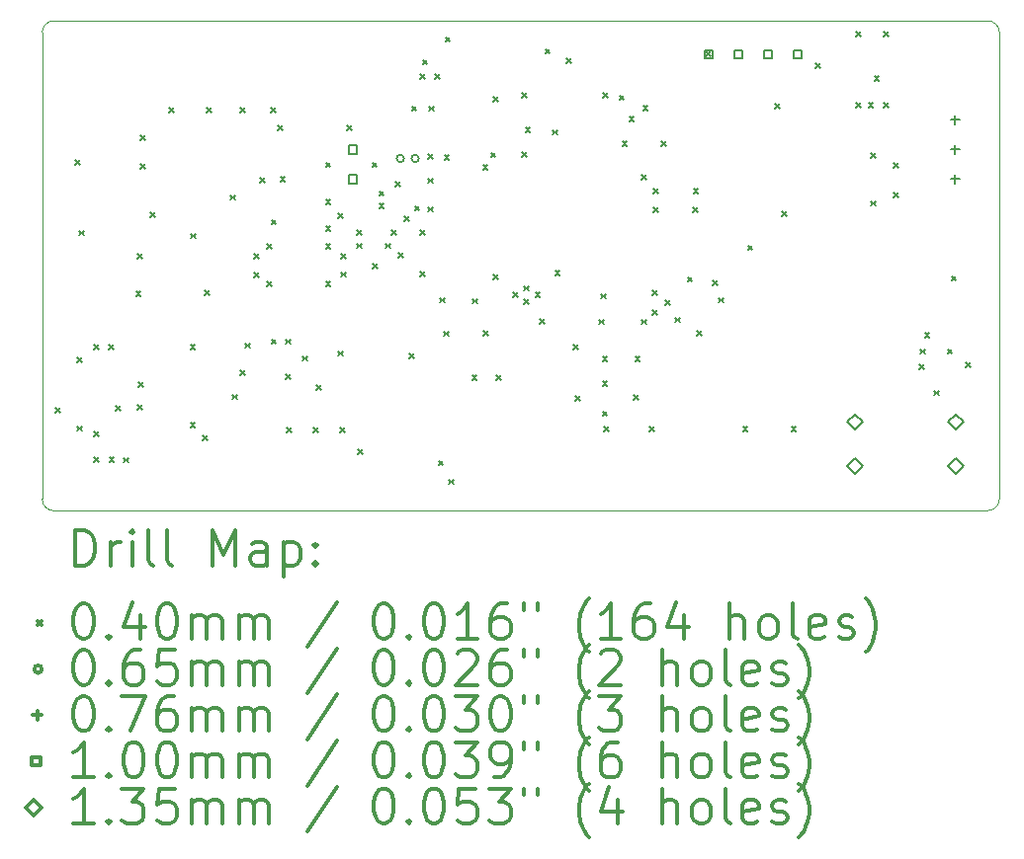
<source format=gbr>
%FSLAX45Y45*%
G04 Gerber Fmt 4.5, Leading zero omitted, Abs format (unit mm)*
G04 Created by KiCad (PCBNEW 5.1.8-db9833491~87~ubuntu20.04.1) date 2020-12-02 18:26:51*
%MOMM*%
%LPD*%
G01*
G04 APERTURE LIST*
%TA.AperFunction,Profile*%
%ADD10C,0.050000*%
%TD*%
%ADD11C,0.200000*%
%ADD12C,0.300000*%
G04 APERTURE END LIST*
D10*
X17200000Y-12100000D02*
G75*
G02*
X17100000Y-12200000I-100000J0D01*
G01*
X9100000Y-12200000D02*
G75*
G02*
X9000000Y-12100000I0J100000D01*
G01*
X9000000Y-8100000D02*
X9000000Y-12100000D01*
X17200000Y-8100000D02*
X17200000Y-12100000D01*
X9000000Y-8100000D02*
G75*
G02*
X9100000Y-8000000I100000J0D01*
G01*
X9100000Y-8000000D02*
X17100000Y-8000000D01*
X17100000Y-8000000D02*
G75*
G02*
X17200000Y-8100000I0J-100000D01*
G01*
X17100000Y-12200000D02*
X9100000Y-12200000D01*
D11*
X9115000Y-11320000D02*
X9155000Y-11360000D01*
X9155000Y-11320000D02*
X9115000Y-11360000D01*
X9285000Y-9195000D02*
X9325000Y-9235000D01*
X9325000Y-9195000D02*
X9285000Y-9235000D01*
X9300000Y-10885000D02*
X9340000Y-10925000D01*
X9340000Y-10885000D02*
X9300000Y-10925000D01*
X9300000Y-11475000D02*
X9340000Y-11515000D01*
X9340000Y-11475000D02*
X9300000Y-11515000D01*
X9320000Y-9800000D02*
X9360000Y-9840000D01*
X9360000Y-9800000D02*
X9320000Y-9840000D01*
X9445000Y-10775000D02*
X9485000Y-10815000D01*
X9485000Y-10775000D02*
X9445000Y-10815000D01*
X9445500Y-11524500D02*
X9485500Y-11564500D01*
X9485500Y-11524500D02*
X9445500Y-11564500D01*
X9445500Y-11744500D02*
X9485500Y-11784500D01*
X9485500Y-11744500D02*
X9445500Y-11784500D01*
X9573580Y-10775000D02*
X9613580Y-10815000D01*
X9613580Y-10775000D02*
X9573580Y-10815000D01*
X9575000Y-11745000D02*
X9615000Y-11785000D01*
X9615000Y-11745000D02*
X9575000Y-11785000D01*
X9630000Y-11300000D02*
X9670000Y-11340000D01*
X9670000Y-11300000D02*
X9630000Y-11340000D01*
X9699500Y-11745500D02*
X9739500Y-11785500D01*
X9739500Y-11745500D02*
X9699500Y-11785500D01*
X9805000Y-10320000D02*
X9845000Y-10360000D01*
X9845000Y-10320000D02*
X9805000Y-10360000D01*
X9814880Y-11290620D02*
X9854880Y-11330620D01*
X9854880Y-11290620D02*
X9814880Y-11330620D01*
X9820000Y-9995000D02*
X9860000Y-10035000D01*
X9860000Y-9995000D02*
X9820000Y-10035000D01*
X9826500Y-11101500D02*
X9866500Y-11141500D01*
X9866500Y-11101500D02*
X9826500Y-11141500D01*
X9845000Y-8985000D02*
X9885000Y-9025000D01*
X9885000Y-8985000D02*
X9845000Y-9025000D01*
X9845000Y-9230000D02*
X9885000Y-9270000D01*
X9885000Y-9230000D02*
X9845000Y-9270000D01*
X9930000Y-9640000D02*
X9970000Y-9680000D01*
X9970000Y-9640000D02*
X9930000Y-9680000D01*
X10090500Y-8744500D02*
X10130500Y-8784500D01*
X10130500Y-8744500D02*
X10090500Y-8784500D01*
X10270000Y-10775001D02*
X10310000Y-10815001D01*
X10310000Y-10775001D02*
X10270000Y-10815001D01*
X10270000Y-11445000D02*
X10310000Y-11485000D01*
X10310000Y-11445000D02*
X10270000Y-11485000D01*
X10275000Y-9825000D02*
X10315000Y-9865000D01*
X10315000Y-9825000D02*
X10275000Y-9865000D01*
X10378033Y-11553033D02*
X10418033Y-11593033D01*
X10418033Y-11553033D02*
X10378033Y-11593033D01*
X10395000Y-10310000D02*
X10435000Y-10350000D01*
X10435000Y-10310000D02*
X10395000Y-10350000D01*
X10410500Y-8744500D02*
X10450500Y-8784500D01*
X10450500Y-8744500D02*
X10410500Y-8784500D01*
X10615000Y-9495000D02*
X10655000Y-9535000D01*
X10655000Y-9495000D02*
X10615000Y-9535000D01*
X10630000Y-11205000D02*
X10670000Y-11245000D01*
X10670000Y-11205000D02*
X10630000Y-11245000D01*
X10695000Y-11000000D02*
X10735000Y-11040000D01*
X10735000Y-11000000D02*
X10695000Y-11040000D01*
X10700500Y-8744500D02*
X10740500Y-8784500D01*
X10740500Y-8744500D02*
X10700500Y-8784500D01*
X10740533Y-10764467D02*
X10780533Y-10804467D01*
X10780533Y-10764467D02*
X10740533Y-10804467D01*
X10813100Y-9995220D02*
X10853100Y-10035220D01*
X10853100Y-9995220D02*
X10813100Y-10035220D01*
X10813100Y-10160320D02*
X10853100Y-10200320D01*
X10853100Y-10160320D02*
X10813100Y-10200320D01*
X10865000Y-9345000D02*
X10905000Y-9385000D01*
X10905000Y-9345000D02*
X10865000Y-9385000D01*
X10924860Y-9911400D02*
X10964860Y-9951400D01*
X10964860Y-9911400D02*
X10924860Y-9951400D01*
X10924860Y-10236520D02*
X10964860Y-10276520D01*
X10964860Y-10236520D02*
X10924860Y-10276520D01*
X10960500Y-8744500D02*
X11000500Y-8784500D01*
X11000500Y-8744500D02*
X10960500Y-8784500D01*
X10965000Y-9705000D02*
X11005000Y-9745000D01*
X11005000Y-9705000D02*
X10965000Y-9745000D01*
X10965000Y-10730000D02*
X11005000Y-10770000D01*
X11005000Y-10730000D02*
X10965000Y-10770000D01*
X11020000Y-8900000D02*
X11060000Y-8940000D01*
X11060000Y-8900000D02*
X11020000Y-8940000D01*
X11040000Y-9340000D02*
X11080000Y-9380000D01*
X11080000Y-9340000D02*
X11040000Y-9380000D01*
X11085000Y-10730000D02*
X11125000Y-10770000D01*
X11125000Y-10730000D02*
X11085000Y-10770000D01*
X11085000Y-11030000D02*
X11125000Y-11070000D01*
X11125000Y-11030000D02*
X11085000Y-11070000D01*
X11095000Y-11490000D02*
X11135000Y-11530000D01*
X11135000Y-11490000D02*
X11095000Y-11530000D01*
X11230000Y-10875000D02*
X11270000Y-10915000D01*
X11270000Y-10875000D02*
X11230000Y-10915000D01*
X11325000Y-11490000D02*
X11365000Y-11530000D01*
X11365000Y-11490000D02*
X11325000Y-11530000D01*
X11350000Y-11125000D02*
X11390000Y-11165000D01*
X11390000Y-11125000D02*
X11350000Y-11165000D01*
X11430000Y-9535000D02*
X11470000Y-9575000D01*
X11470000Y-9535000D02*
X11430000Y-9575000D01*
X11430000Y-9760000D02*
X11470000Y-9800000D01*
X11470000Y-9760000D02*
X11430000Y-9800000D01*
X11430320Y-9215440D02*
X11470320Y-9255440D01*
X11470320Y-9215440D02*
X11430320Y-9255440D01*
X11430320Y-9911400D02*
X11470320Y-9951400D01*
X11470320Y-9911400D02*
X11430320Y-9951400D01*
X11430320Y-10236520D02*
X11470320Y-10276520D01*
X11470320Y-10236520D02*
X11430320Y-10276520D01*
X11535000Y-9650000D02*
X11575000Y-9690000D01*
X11575000Y-9650000D02*
X11535000Y-9690000D01*
X11537000Y-10832150D02*
X11577000Y-10872150D01*
X11577000Y-10832150D02*
X11537000Y-10872150D01*
X11550000Y-11490000D02*
X11590000Y-11530000D01*
X11590000Y-11490000D02*
X11550000Y-11530000D01*
X11560000Y-9995000D02*
X11600000Y-10035000D01*
X11600000Y-9995000D02*
X11560000Y-10035000D01*
X11560000Y-10155000D02*
X11600000Y-10195000D01*
X11600000Y-10155000D02*
X11560000Y-10195000D01*
X11615000Y-8900000D02*
X11655000Y-8940000D01*
X11655000Y-8900000D02*
X11615000Y-8940000D01*
X11695000Y-9795000D02*
X11735000Y-9835000D01*
X11735000Y-9795000D02*
X11695000Y-9835000D01*
X11695000Y-9910000D02*
X11735000Y-9950000D01*
X11735000Y-9910000D02*
X11695000Y-9950000D01*
X11705000Y-11675000D02*
X11745000Y-11715000D01*
X11745000Y-11675000D02*
X11705000Y-11715000D01*
X11827200Y-9214800D02*
X11867200Y-9254800D01*
X11867200Y-9214800D02*
X11827200Y-9254800D01*
X11830000Y-10085000D02*
X11870000Y-10125000D01*
X11870000Y-10085000D02*
X11830000Y-10125000D01*
X11886250Y-9460550D02*
X11926250Y-9500550D01*
X11926250Y-9460550D02*
X11886250Y-9500550D01*
X11887520Y-9568500D02*
X11927520Y-9608500D01*
X11927520Y-9568500D02*
X11887520Y-9608500D01*
X11940000Y-9910000D02*
X11980000Y-9950000D01*
X11980000Y-9910000D02*
X11940000Y-9950000D01*
X11995000Y-9795000D02*
X12035000Y-9835000D01*
X12035000Y-9795000D02*
X11995000Y-9835000D01*
X12025000Y-9380000D02*
X12065000Y-9420000D01*
X12065000Y-9380000D02*
X12025000Y-9420000D01*
X12050000Y-9990000D02*
X12090000Y-10030000D01*
X12090000Y-9990000D02*
X12050000Y-10030000D01*
X12102150Y-9676450D02*
X12142150Y-9716450D01*
X12142150Y-9676450D02*
X12102150Y-9716450D01*
X12146600Y-10853740D02*
X12186600Y-10893740D01*
X12186600Y-10853740D02*
X12146600Y-10893740D01*
X12166920Y-8732840D02*
X12206920Y-8772840D01*
X12206920Y-8732840D02*
X12166920Y-8772840D01*
X12191050Y-9587550D02*
X12231050Y-9627550D01*
X12231050Y-9587550D02*
X12191050Y-9627550D01*
X12235500Y-9797100D02*
X12275500Y-9837100D01*
X12275500Y-9797100D02*
X12235500Y-9837100D01*
X12235500Y-10152700D02*
X12275500Y-10192700D01*
X12275500Y-10152700D02*
X12235500Y-10192700D01*
X12240580Y-8458520D02*
X12280580Y-8498520D01*
X12280580Y-8458520D02*
X12240580Y-8498520D01*
X12260000Y-8335000D02*
X12300000Y-8375000D01*
X12300000Y-8335000D02*
X12260000Y-8375000D01*
X12305000Y-9145000D02*
X12345000Y-9185000D01*
X12345000Y-9145000D02*
X12305000Y-9185000D01*
X12305000Y-9350000D02*
X12345000Y-9390000D01*
X12345000Y-9350000D02*
X12305000Y-9390000D01*
X12305000Y-9595000D02*
X12345000Y-9635000D01*
X12345000Y-9595000D02*
X12305000Y-9635000D01*
X12314240Y-8732840D02*
X12354240Y-8772840D01*
X12354240Y-8732840D02*
X12314240Y-8772840D01*
X12365040Y-8458520D02*
X12405040Y-8498520D01*
X12405040Y-8458520D02*
X12365040Y-8498520D01*
X12395520Y-11770680D02*
X12435520Y-11810680D01*
X12435520Y-11770680D02*
X12395520Y-11810680D01*
X12407500Y-10375000D02*
X12447500Y-10415000D01*
X12447500Y-10375000D02*
X12407500Y-10415000D01*
X12440000Y-10662500D02*
X12480000Y-10702500D01*
X12480000Y-10662500D02*
X12440000Y-10702500D01*
X12445000Y-9150000D02*
X12485000Y-9190000D01*
X12485000Y-9150000D02*
X12445000Y-9190000D01*
X12455000Y-8140000D02*
X12495000Y-8180000D01*
X12495000Y-8140000D02*
X12455000Y-8180000D01*
X12484420Y-11933240D02*
X12524420Y-11973240D01*
X12524420Y-11933240D02*
X12484420Y-11973240D01*
X12682500Y-11037500D02*
X12722500Y-11077500D01*
X12722500Y-11037500D02*
X12682500Y-11077500D01*
X12690000Y-10382500D02*
X12730000Y-10422500D01*
X12730000Y-10382500D02*
X12690000Y-10422500D01*
X12775000Y-9235000D02*
X12815000Y-9275000D01*
X12815000Y-9235000D02*
X12775000Y-9275000D01*
X12780000Y-10660000D02*
X12820000Y-10700000D01*
X12820000Y-10660000D02*
X12780000Y-10700000D01*
X12845000Y-9130000D02*
X12885000Y-9170000D01*
X12885000Y-9130000D02*
X12845000Y-9170000D01*
X12865000Y-10175000D02*
X12905000Y-10215000D01*
X12905000Y-10175000D02*
X12865000Y-10215000D01*
X12867960Y-8651560D02*
X12907960Y-8691560D01*
X12907960Y-8651560D02*
X12867960Y-8691560D01*
X12887500Y-11037500D02*
X12927500Y-11077500D01*
X12927500Y-11037500D02*
X12887500Y-11077500D01*
X13110000Y-8615000D02*
X13150000Y-8655000D01*
X13150000Y-8615000D02*
X13110000Y-8655000D01*
X13110104Y-9124896D02*
X13150104Y-9164896D01*
X13150104Y-9124896D02*
X13110104Y-9164896D01*
X13140000Y-8915000D02*
X13180000Y-8955000D01*
X13180000Y-8915000D02*
X13140000Y-8955000D01*
X13265000Y-10555000D02*
X13305000Y-10595000D01*
X13305000Y-10555000D02*
X13265000Y-10595000D01*
X13309920Y-8240080D02*
X13349920Y-8280080D01*
X13349920Y-8240080D02*
X13309920Y-8280080D01*
X13375000Y-8935000D02*
X13415000Y-8975000D01*
X13415000Y-8935000D02*
X13375000Y-8975000D01*
X13395000Y-10145000D02*
X13435000Y-10185000D01*
X13435000Y-10145000D02*
X13395000Y-10185000D01*
X13490260Y-8321360D02*
X13530260Y-8361360D01*
X13530260Y-8321360D02*
X13490260Y-8361360D01*
X13550000Y-10779999D02*
X13590000Y-10819999D01*
X13590000Y-10779999D02*
X13550000Y-10819999D01*
X13565000Y-11215000D02*
X13605000Y-11255000D01*
X13605000Y-11215000D02*
X13565000Y-11255000D01*
X13769660Y-10561640D02*
X13809660Y-10601640D01*
X13809660Y-10561640D02*
X13769660Y-10601640D01*
X13785000Y-10340000D02*
X13825000Y-10380000D01*
X13825000Y-10340000D02*
X13785000Y-10380000D01*
X13800000Y-10880000D02*
X13840000Y-10920000D01*
X13840000Y-10880000D02*
X13800000Y-10920000D01*
X13800140Y-11089960D02*
X13840140Y-11129960D01*
X13840140Y-11089960D02*
X13800140Y-11129960D01*
X13800140Y-11349040D02*
X13840140Y-11389040D01*
X13840140Y-11349040D02*
X13800140Y-11389040D01*
X13805220Y-8616000D02*
X13845220Y-8656000D01*
X13845220Y-8616000D02*
X13805220Y-8656000D01*
X13812500Y-11482500D02*
X13852500Y-11522500D01*
X13852500Y-11482500D02*
X13812500Y-11522500D01*
X13945000Y-8640000D02*
X13985000Y-8680000D01*
X13985000Y-8640000D02*
X13945000Y-8680000D01*
X13970000Y-9030000D02*
X14010000Y-9070000D01*
X14010000Y-9030000D02*
X13970000Y-9070000D01*
X14030000Y-8820000D02*
X14070000Y-8860000D01*
X14070000Y-8820000D02*
X14030000Y-8860000D01*
X14066840Y-11206800D02*
X14106840Y-11246800D01*
X14106840Y-11206800D02*
X14066840Y-11246800D01*
X14080000Y-10880000D02*
X14120000Y-10920000D01*
X14120000Y-10880000D02*
X14080000Y-10920000D01*
X14132880Y-10561640D02*
X14172880Y-10601640D01*
X14172880Y-10561640D02*
X14132880Y-10601640D01*
X14135000Y-9320001D02*
X14175000Y-9360001D01*
X14175000Y-9320001D02*
X14135000Y-9360001D01*
X14148120Y-8730300D02*
X14188120Y-8770300D01*
X14188120Y-8730300D02*
X14148120Y-8770300D01*
X14202500Y-11482500D02*
X14242500Y-11522500D01*
X14242500Y-11482500D02*
X14202500Y-11522500D01*
X14226860Y-10310180D02*
X14266860Y-10350180D01*
X14266860Y-10310180D02*
X14226860Y-10350180D01*
X14226860Y-10482900D02*
X14266860Y-10522900D01*
X14266860Y-10482900D02*
X14226860Y-10522900D01*
X14234480Y-9598980D02*
X14274480Y-9638980D01*
X14274480Y-9598980D02*
X14234480Y-9638980D01*
X14235750Y-9441500D02*
X14275750Y-9481500D01*
X14275750Y-9441500D02*
X14235750Y-9481500D01*
X14305000Y-9030000D02*
X14345000Y-9070000D01*
X14345000Y-9030000D02*
X14305000Y-9070000D01*
X14341160Y-10394000D02*
X14381160Y-10434000D01*
X14381160Y-10394000D02*
X14341160Y-10434000D01*
X14425000Y-10545000D02*
X14465000Y-10585000D01*
X14465000Y-10545000D02*
X14425000Y-10585000D01*
X14529120Y-10195880D02*
X14569120Y-10235880D01*
X14569120Y-10195880D02*
X14529120Y-10235880D01*
X14577380Y-9598980D02*
X14617380Y-9638980D01*
X14617380Y-9598980D02*
X14577380Y-9638980D01*
X14578650Y-9441500D02*
X14618650Y-9481500D01*
X14618650Y-9441500D02*
X14578650Y-9481500D01*
X14610000Y-10660000D02*
X14650000Y-10700000D01*
X14650000Y-10660000D02*
X14610000Y-10700000D01*
X14610000Y-10660000D02*
X14650000Y-10700000D01*
X14650000Y-10660000D02*
X14610000Y-10700000D01*
X14688000Y-8265000D02*
X14728000Y-8305000D01*
X14728000Y-8265000D02*
X14688000Y-8305000D01*
X14745020Y-10224980D02*
X14785020Y-10264980D01*
X14785020Y-10224980D02*
X14745020Y-10264980D01*
X14793280Y-10373680D02*
X14833280Y-10413680D01*
X14833280Y-10373680D02*
X14793280Y-10413680D01*
X15002500Y-11477500D02*
X15042500Y-11517500D01*
X15042500Y-11477500D02*
X15002500Y-11517500D01*
X15045000Y-9925000D02*
X15085000Y-9965000D01*
X15085000Y-9925000D02*
X15045000Y-9965000D01*
X15277150Y-8711250D02*
X15317150Y-8751250D01*
X15317150Y-8711250D02*
X15277150Y-8751250D01*
X15335000Y-9635000D02*
X15375000Y-9675000D01*
X15375000Y-9635000D02*
X15335000Y-9675000D01*
X15417500Y-11477500D02*
X15457500Y-11517500D01*
X15457500Y-11477500D02*
X15417500Y-11517500D01*
X15626400Y-8362000D02*
X15666400Y-8402000D01*
X15666400Y-8362000D02*
X15626400Y-8402000D01*
X15969300Y-8095300D02*
X16009300Y-8135300D01*
X16009300Y-8095300D02*
X15969300Y-8135300D01*
X15969300Y-8704900D02*
X16009300Y-8744900D01*
X16009300Y-8704900D02*
X15969300Y-8744900D01*
X16078520Y-8704900D02*
X16118520Y-8744900D01*
X16118520Y-8704900D02*
X16078520Y-8744900D01*
X16096300Y-9134160D02*
X16136300Y-9174160D01*
X16136300Y-9134160D02*
X16096300Y-9174160D01*
X16096300Y-9545640D02*
X16136300Y-9585640D01*
X16136300Y-9545640D02*
X16096300Y-9585640D01*
X16129320Y-8476300D02*
X16169320Y-8516300D01*
X16169320Y-8476300D02*
X16129320Y-8516300D01*
X16210600Y-8095300D02*
X16250600Y-8135300D01*
X16250600Y-8095300D02*
X16210600Y-8135300D01*
X16210600Y-8704900D02*
X16250600Y-8744900D01*
X16250600Y-8704900D02*
X16210600Y-8744900D01*
X16293150Y-9219250D02*
X16333150Y-9259250D01*
X16333150Y-9219250D02*
X16293150Y-9259250D01*
X16293150Y-9473250D02*
X16333150Y-9513250D01*
X16333150Y-9473250D02*
X16293150Y-9513250D01*
X16515000Y-10945000D02*
X16555000Y-10985000D01*
X16555000Y-10945000D02*
X16515000Y-10985000D01*
X16520000Y-10815000D02*
X16560000Y-10855000D01*
X16560000Y-10815000D02*
X16520000Y-10855000D01*
X16560000Y-10675000D02*
X16600000Y-10715000D01*
X16600000Y-10675000D02*
X16560000Y-10715000D01*
X16640000Y-11170000D02*
X16680000Y-11210000D01*
X16680000Y-11170000D02*
X16640000Y-11210000D01*
X16755000Y-10815000D02*
X16795000Y-10855000D01*
X16795000Y-10815000D02*
X16755000Y-10855000D01*
X16789720Y-10188260D02*
X16829720Y-10228260D01*
X16829720Y-10188260D02*
X16789720Y-10228260D01*
X16910000Y-10930000D02*
X16950000Y-10970000D01*
X16950000Y-10930000D02*
X16910000Y-10970000D01*
X13035000Y-10330000D02*
X13075000Y-10370000D01*
X13075000Y-10330000D02*
X13035000Y-10370000D01*
X13130000Y-10272500D02*
X13170000Y-10312500D01*
X13170000Y-10272500D02*
X13130000Y-10312500D01*
X13130000Y-10387500D02*
X13170000Y-10427500D01*
X13170000Y-10387500D02*
X13130000Y-10427500D01*
X13225000Y-10330000D02*
X13265000Y-10370000D01*
X13265000Y-10330000D02*
X13225000Y-10370000D01*
X12100500Y-9180000D02*
G75*
G03*
X12100500Y-9180000I-32500J0D01*
G01*
X12227500Y-9180000D02*
G75*
G03*
X12227500Y-9180000I-32500J0D01*
G01*
X16819880Y-8808720D02*
X16819880Y-8884920D01*
X16781780Y-8846820D02*
X16857980Y-8846820D01*
X16819880Y-9062720D02*
X16819880Y-9138920D01*
X16781780Y-9100820D02*
X16857980Y-9100820D01*
X16819880Y-9316720D02*
X16819880Y-9392920D01*
X16781780Y-9354820D02*
X16857980Y-9354820D01*
X11699036Y-9138716D02*
X11699036Y-9068004D01*
X11628324Y-9068004D01*
X11628324Y-9138716D01*
X11699036Y-9138716D01*
X11699036Y-9392716D02*
X11699036Y-9322004D01*
X11628324Y-9322004D01*
X11628324Y-9392716D01*
X11699036Y-9392716D01*
X14743356Y-8320356D02*
X14743356Y-8249644D01*
X14672644Y-8249644D01*
X14672644Y-8320356D01*
X14743356Y-8320356D01*
X14997356Y-8320356D02*
X14997356Y-8249644D01*
X14926644Y-8249644D01*
X14926644Y-8320356D01*
X14997356Y-8320356D01*
X15251356Y-8320356D02*
X15251356Y-8249644D01*
X15180644Y-8249644D01*
X15180644Y-8320356D01*
X15251356Y-8320356D01*
X15505356Y-8320356D02*
X15505356Y-8249644D01*
X15434644Y-8249644D01*
X15434644Y-8320356D01*
X15505356Y-8320356D01*
X15966000Y-11507300D02*
X16033300Y-11440000D01*
X15966000Y-11372700D01*
X15898700Y-11440000D01*
X15966000Y-11507300D01*
X15966000Y-11887300D02*
X16033300Y-11820000D01*
X15966000Y-11752700D01*
X15898700Y-11820000D01*
X15966000Y-11887300D01*
X16830000Y-11507300D02*
X16897300Y-11440000D01*
X16830000Y-11372700D01*
X16762700Y-11440000D01*
X16830000Y-11507300D01*
X16830000Y-11887300D02*
X16897300Y-11820000D01*
X16830000Y-11752700D01*
X16762700Y-11820000D01*
X16830000Y-11887300D01*
D12*
X9283928Y-12668214D02*
X9283928Y-12368214D01*
X9355357Y-12368214D01*
X9398214Y-12382500D01*
X9426786Y-12411071D01*
X9441071Y-12439643D01*
X9455357Y-12496786D01*
X9455357Y-12539643D01*
X9441071Y-12596786D01*
X9426786Y-12625357D01*
X9398214Y-12653929D01*
X9355357Y-12668214D01*
X9283928Y-12668214D01*
X9583928Y-12668214D02*
X9583928Y-12468214D01*
X9583928Y-12525357D02*
X9598214Y-12496786D01*
X9612500Y-12482500D01*
X9641071Y-12468214D01*
X9669643Y-12468214D01*
X9769643Y-12668214D02*
X9769643Y-12468214D01*
X9769643Y-12368214D02*
X9755357Y-12382500D01*
X9769643Y-12396786D01*
X9783928Y-12382500D01*
X9769643Y-12368214D01*
X9769643Y-12396786D01*
X9955357Y-12668214D02*
X9926786Y-12653929D01*
X9912500Y-12625357D01*
X9912500Y-12368214D01*
X10112500Y-12668214D02*
X10083928Y-12653929D01*
X10069643Y-12625357D01*
X10069643Y-12368214D01*
X10455357Y-12668214D02*
X10455357Y-12368214D01*
X10555357Y-12582500D01*
X10655357Y-12368214D01*
X10655357Y-12668214D01*
X10926786Y-12668214D02*
X10926786Y-12511071D01*
X10912500Y-12482500D01*
X10883928Y-12468214D01*
X10826786Y-12468214D01*
X10798214Y-12482500D01*
X10926786Y-12653929D02*
X10898214Y-12668214D01*
X10826786Y-12668214D01*
X10798214Y-12653929D01*
X10783928Y-12625357D01*
X10783928Y-12596786D01*
X10798214Y-12568214D01*
X10826786Y-12553929D01*
X10898214Y-12553929D01*
X10926786Y-12539643D01*
X11069643Y-12468214D02*
X11069643Y-12768214D01*
X11069643Y-12482500D02*
X11098214Y-12468214D01*
X11155357Y-12468214D01*
X11183928Y-12482500D01*
X11198214Y-12496786D01*
X11212500Y-12525357D01*
X11212500Y-12611071D01*
X11198214Y-12639643D01*
X11183928Y-12653929D01*
X11155357Y-12668214D01*
X11098214Y-12668214D01*
X11069643Y-12653929D01*
X11341071Y-12639643D02*
X11355357Y-12653929D01*
X11341071Y-12668214D01*
X11326786Y-12653929D01*
X11341071Y-12639643D01*
X11341071Y-12668214D01*
X11341071Y-12482500D02*
X11355357Y-12496786D01*
X11341071Y-12511071D01*
X11326786Y-12496786D01*
X11341071Y-12482500D01*
X11341071Y-12511071D01*
X8957500Y-13142500D02*
X8997500Y-13182500D01*
X8997500Y-13142500D02*
X8957500Y-13182500D01*
X9341071Y-12998214D02*
X9369643Y-12998214D01*
X9398214Y-13012500D01*
X9412500Y-13026786D01*
X9426786Y-13055357D01*
X9441071Y-13112500D01*
X9441071Y-13183929D01*
X9426786Y-13241071D01*
X9412500Y-13269643D01*
X9398214Y-13283929D01*
X9369643Y-13298214D01*
X9341071Y-13298214D01*
X9312500Y-13283929D01*
X9298214Y-13269643D01*
X9283928Y-13241071D01*
X9269643Y-13183929D01*
X9269643Y-13112500D01*
X9283928Y-13055357D01*
X9298214Y-13026786D01*
X9312500Y-13012500D01*
X9341071Y-12998214D01*
X9569643Y-13269643D02*
X9583928Y-13283929D01*
X9569643Y-13298214D01*
X9555357Y-13283929D01*
X9569643Y-13269643D01*
X9569643Y-13298214D01*
X9841071Y-13098214D02*
X9841071Y-13298214D01*
X9769643Y-12983929D02*
X9698214Y-13198214D01*
X9883928Y-13198214D01*
X10055357Y-12998214D02*
X10083928Y-12998214D01*
X10112500Y-13012500D01*
X10126786Y-13026786D01*
X10141071Y-13055357D01*
X10155357Y-13112500D01*
X10155357Y-13183929D01*
X10141071Y-13241071D01*
X10126786Y-13269643D01*
X10112500Y-13283929D01*
X10083928Y-13298214D01*
X10055357Y-13298214D01*
X10026786Y-13283929D01*
X10012500Y-13269643D01*
X9998214Y-13241071D01*
X9983928Y-13183929D01*
X9983928Y-13112500D01*
X9998214Y-13055357D01*
X10012500Y-13026786D01*
X10026786Y-13012500D01*
X10055357Y-12998214D01*
X10283928Y-13298214D02*
X10283928Y-13098214D01*
X10283928Y-13126786D02*
X10298214Y-13112500D01*
X10326786Y-13098214D01*
X10369643Y-13098214D01*
X10398214Y-13112500D01*
X10412500Y-13141071D01*
X10412500Y-13298214D01*
X10412500Y-13141071D02*
X10426786Y-13112500D01*
X10455357Y-13098214D01*
X10498214Y-13098214D01*
X10526786Y-13112500D01*
X10541071Y-13141071D01*
X10541071Y-13298214D01*
X10683928Y-13298214D02*
X10683928Y-13098214D01*
X10683928Y-13126786D02*
X10698214Y-13112500D01*
X10726786Y-13098214D01*
X10769643Y-13098214D01*
X10798214Y-13112500D01*
X10812500Y-13141071D01*
X10812500Y-13298214D01*
X10812500Y-13141071D02*
X10826786Y-13112500D01*
X10855357Y-13098214D01*
X10898214Y-13098214D01*
X10926786Y-13112500D01*
X10941071Y-13141071D01*
X10941071Y-13298214D01*
X11526786Y-12983929D02*
X11269643Y-13369643D01*
X11912500Y-12998214D02*
X11941071Y-12998214D01*
X11969643Y-13012500D01*
X11983928Y-13026786D01*
X11998214Y-13055357D01*
X12012500Y-13112500D01*
X12012500Y-13183929D01*
X11998214Y-13241071D01*
X11983928Y-13269643D01*
X11969643Y-13283929D01*
X11941071Y-13298214D01*
X11912500Y-13298214D01*
X11883928Y-13283929D01*
X11869643Y-13269643D01*
X11855357Y-13241071D01*
X11841071Y-13183929D01*
X11841071Y-13112500D01*
X11855357Y-13055357D01*
X11869643Y-13026786D01*
X11883928Y-13012500D01*
X11912500Y-12998214D01*
X12141071Y-13269643D02*
X12155357Y-13283929D01*
X12141071Y-13298214D01*
X12126786Y-13283929D01*
X12141071Y-13269643D01*
X12141071Y-13298214D01*
X12341071Y-12998214D02*
X12369643Y-12998214D01*
X12398214Y-13012500D01*
X12412500Y-13026786D01*
X12426786Y-13055357D01*
X12441071Y-13112500D01*
X12441071Y-13183929D01*
X12426786Y-13241071D01*
X12412500Y-13269643D01*
X12398214Y-13283929D01*
X12369643Y-13298214D01*
X12341071Y-13298214D01*
X12312500Y-13283929D01*
X12298214Y-13269643D01*
X12283928Y-13241071D01*
X12269643Y-13183929D01*
X12269643Y-13112500D01*
X12283928Y-13055357D01*
X12298214Y-13026786D01*
X12312500Y-13012500D01*
X12341071Y-12998214D01*
X12726786Y-13298214D02*
X12555357Y-13298214D01*
X12641071Y-13298214D02*
X12641071Y-12998214D01*
X12612500Y-13041071D01*
X12583928Y-13069643D01*
X12555357Y-13083929D01*
X12983928Y-12998214D02*
X12926786Y-12998214D01*
X12898214Y-13012500D01*
X12883928Y-13026786D01*
X12855357Y-13069643D01*
X12841071Y-13126786D01*
X12841071Y-13241071D01*
X12855357Y-13269643D01*
X12869643Y-13283929D01*
X12898214Y-13298214D01*
X12955357Y-13298214D01*
X12983928Y-13283929D01*
X12998214Y-13269643D01*
X13012500Y-13241071D01*
X13012500Y-13169643D01*
X12998214Y-13141071D01*
X12983928Y-13126786D01*
X12955357Y-13112500D01*
X12898214Y-13112500D01*
X12869643Y-13126786D01*
X12855357Y-13141071D01*
X12841071Y-13169643D01*
X13126786Y-12998214D02*
X13126786Y-13055357D01*
X13241071Y-12998214D02*
X13241071Y-13055357D01*
X13683928Y-13412500D02*
X13669643Y-13398214D01*
X13641071Y-13355357D01*
X13626786Y-13326786D01*
X13612500Y-13283929D01*
X13598214Y-13212500D01*
X13598214Y-13155357D01*
X13612500Y-13083929D01*
X13626786Y-13041071D01*
X13641071Y-13012500D01*
X13669643Y-12969643D01*
X13683928Y-12955357D01*
X13955357Y-13298214D02*
X13783928Y-13298214D01*
X13869643Y-13298214D02*
X13869643Y-12998214D01*
X13841071Y-13041071D01*
X13812500Y-13069643D01*
X13783928Y-13083929D01*
X14212500Y-12998214D02*
X14155357Y-12998214D01*
X14126786Y-13012500D01*
X14112500Y-13026786D01*
X14083928Y-13069643D01*
X14069643Y-13126786D01*
X14069643Y-13241071D01*
X14083928Y-13269643D01*
X14098214Y-13283929D01*
X14126786Y-13298214D01*
X14183928Y-13298214D01*
X14212500Y-13283929D01*
X14226786Y-13269643D01*
X14241071Y-13241071D01*
X14241071Y-13169643D01*
X14226786Y-13141071D01*
X14212500Y-13126786D01*
X14183928Y-13112500D01*
X14126786Y-13112500D01*
X14098214Y-13126786D01*
X14083928Y-13141071D01*
X14069643Y-13169643D01*
X14498214Y-13098214D02*
X14498214Y-13298214D01*
X14426786Y-12983929D02*
X14355357Y-13198214D01*
X14541071Y-13198214D01*
X14883928Y-13298214D02*
X14883928Y-12998214D01*
X15012500Y-13298214D02*
X15012500Y-13141071D01*
X14998214Y-13112500D01*
X14969643Y-13098214D01*
X14926786Y-13098214D01*
X14898214Y-13112500D01*
X14883928Y-13126786D01*
X15198214Y-13298214D02*
X15169643Y-13283929D01*
X15155357Y-13269643D01*
X15141071Y-13241071D01*
X15141071Y-13155357D01*
X15155357Y-13126786D01*
X15169643Y-13112500D01*
X15198214Y-13098214D01*
X15241071Y-13098214D01*
X15269643Y-13112500D01*
X15283928Y-13126786D01*
X15298214Y-13155357D01*
X15298214Y-13241071D01*
X15283928Y-13269643D01*
X15269643Y-13283929D01*
X15241071Y-13298214D01*
X15198214Y-13298214D01*
X15469643Y-13298214D02*
X15441071Y-13283929D01*
X15426786Y-13255357D01*
X15426786Y-12998214D01*
X15698214Y-13283929D02*
X15669643Y-13298214D01*
X15612500Y-13298214D01*
X15583928Y-13283929D01*
X15569643Y-13255357D01*
X15569643Y-13141071D01*
X15583928Y-13112500D01*
X15612500Y-13098214D01*
X15669643Y-13098214D01*
X15698214Y-13112500D01*
X15712500Y-13141071D01*
X15712500Y-13169643D01*
X15569643Y-13198214D01*
X15826786Y-13283929D02*
X15855357Y-13298214D01*
X15912500Y-13298214D01*
X15941071Y-13283929D01*
X15955357Y-13255357D01*
X15955357Y-13241071D01*
X15941071Y-13212500D01*
X15912500Y-13198214D01*
X15869643Y-13198214D01*
X15841071Y-13183929D01*
X15826786Y-13155357D01*
X15826786Y-13141071D01*
X15841071Y-13112500D01*
X15869643Y-13098214D01*
X15912500Y-13098214D01*
X15941071Y-13112500D01*
X16055357Y-13412500D02*
X16069643Y-13398214D01*
X16098214Y-13355357D01*
X16112500Y-13326786D01*
X16126786Y-13283929D01*
X16141071Y-13212500D01*
X16141071Y-13155357D01*
X16126786Y-13083929D01*
X16112500Y-13041071D01*
X16098214Y-13012500D01*
X16069643Y-12969643D01*
X16055357Y-12955357D01*
X8997500Y-13558500D02*
G75*
G03*
X8997500Y-13558500I-32500J0D01*
G01*
X9341071Y-13394214D02*
X9369643Y-13394214D01*
X9398214Y-13408500D01*
X9412500Y-13422786D01*
X9426786Y-13451357D01*
X9441071Y-13508500D01*
X9441071Y-13579929D01*
X9426786Y-13637071D01*
X9412500Y-13665643D01*
X9398214Y-13679929D01*
X9369643Y-13694214D01*
X9341071Y-13694214D01*
X9312500Y-13679929D01*
X9298214Y-13665643D01*
X9283928Y-13637071D01*
X9269643Y-13579929D01*
X9269643Y-13508500D01*
X9283928Y-13451357D01*
X9298214Y-13422786D01*
X9312500Y-13408500D01*
X9341071Y-13394214D01*
X9569643Y-13665643D02*
X9583928Y-13679929D01*
X9569643Y-13694214D01*
X9555357Y-13679929D01*
X9569643Y-13665643D01*
X9569643Y-13694214D01*
X9841071Y-13394214D02*
X9783928Y-13394214D01*
X9755357Y-13408500D01*
X9741071Y-13422786D01*
X9712500Y-13465643D01*
X9698214Y-13522786D01*
X9698214Y-13637071D01*
X9712500Y-13665643D01*
X9726786Y-13679929D01*
X9755357Y-13694214D01*
X9812500Y-13694214D01*
X9841071Y-13679929D01*
X9855357Y-13665643D01*
X9869643Y-13637071D01*
X9869643Y-13565643D01*
X9855357Y-13537071D01*
X9841071Y-13522786D01*
X9812500Y-13508500D01*
X9755357Y-13508500D01*
X9726786Y-13522786D01*
X9712500Y-13537071D01*
X9698214Y-13565643D01*
X10141071Y-13394214D02*
X9998214Y-13394214D01*
X9983928Y-13537071D01*
X9998214Y-13522786D01*
X10026786Y-13508500D01*
X10098214Y-13508500D01*
X10126786Y-13522786D01*
X10141071Y-13537071D01*
X10155357Y-13565643D01*
X10155357Y-13637071D01*
X10141071Y-13665643D01*
X10126786Y-13679929D01*
X10098214Y-13694214D01*
X10026786Y-13694214D01*
X9998214Y-13679929D01*
X9983928Y-13665643D01*
X10283928Y-13694214D02*
X10283928Y-13494214D01*
X10283928Y-13522786D02*
X10298214Y-13508500D01*
X10326786Y-13494214D01*
X10369643Y-13494214D01*
X10398214Y-13508500D01*
X10412500Y-13537071D01*
X10412500Y-13694214D01*
X10412500Y-13537071D02*
X10426786Y-13508500D01*
X10455357Y-13494214D01*
X10498214Y-13494214D01*
X10526786Y-13508500D01*
X10541071Y-13537071D01*
X10541071Y-13694214D01*
X10683928Y-13694214D02*
X10683928Y-13494214D01*
X10683928Y-13522786D02*
X10698214Y-13508500D01*
X10726786Y-13494214D01*
X10769643Y-13494214D01*
X10798214Y-13508500D01*
X10812500Y-13537071D01*
X10812500Y-13694214D01*
X10812500Y-13537071D02*
X10826786Y-13508500D01*
X10855357Y-13494214D01*
X10898214Y-13494214D01*
X10926786Y-13508500D01*
X10941071Y-13537071D01*
X10941071Y-13694214D01*
X11526786Y-13379929D02*
X11269643Y-13765643D01*
X11912500Y-13394214D02*
X11941071Y-13394214D01*
X11969643Y-13408500D01*
X11983928Y-13422786D01*
X11998214Y-13451357D01*
X12012500Y-13508500D01*
X12012500Y-13579929D01*
X11998214Y-13637071D01*
X11983928Y-13665643D01*
X11969643Y-13679929D01*
X11941071Y-13694214D01*
X11912500Y-13694214D01*
X11883928Y-13679929D01*
X11869643Y-13665643D01*
X11855357Y-13637071D01*
X11841071Y-13579929D01*
X11841071Y-13508500D01*
X11855357Y-13451357D01*
X11869643Y-13422786D01*
X11883928Y-13408500D01*
X11912500Y-13394214D01*
X12141071Y-13665643D02*
X12155357Y-13679929D01*
X12141071Y-13694214D01*
X12126786Y-13679929D01*
X12141071Y-13665643D01*
X12141071Y-13694214D01*
X12341071Y-13394214D02*
X12369643Y-13394214D01*
X12398214Y-13408500D01*
X12412500Y-13422786D01*
X12426786Y-13451357D01*
X12441071Y-13508500D01*
X12441071Y-13579929D01*
X12426786Y-13637071D01*
X12412500Y-13665643D01*
X12398214Y-13679929D01*
X12369643Y-13694214D01*
X12341071Y-13694214D01*
X12312500Y-13679929D01*
X12298214Y-13665643D01*
X12283928Y-13637071D01*
X12269643Y-13579929D01*
X12269643Y-13508500D01*
X12283928Y-13451357D01*
X12298214Y-13422786D01*
X12312500Y-13408500D01*
X12341071Y-13394214D01*
X12555357Y-13422786D02*
X12569643Y-13408500D01*
X12598214Y-13394214D01*
X12669643Y-13394214D01*
X12698214Y-13408500D01*
X12712500Y-13422786D01*
X12726786Y-13451357D01*
X12726786Y-13479929D01*
X12712500Y-13522786D01*
X12541071Y-13694214D01*
X12726786Y-13694214D01*
X12983928Y-13394214D02*
X12926786Y-13394214D01*
X12898214Y-13408500D01*
X12883928Y-13422786D01*
X12855357Y-13465643D01*
X12841071Y-13522786D01*
X12841071Y-13637071D01*
X12855357Y-13665643D01*
X12869643Y-13679929D01*
X12898214Y-13694214D01*
X12955357Y-13694214D01*
X12983928Y-13679929D01*
X12998214Y-13665643D01*
X13012500Y-13637071D01*
X13012500Y-13565643D01*
X12998214Y-13537071D01*
X12983928Y-13522786D01*
X12955357Y-13508500D01*
X12898214Y-13508500D01*
X12869643Y-13522786D01*
X12855357Y-13537071D01*
X12841071Y-13565643D01*
X13126786Y-13394214D02*
X13126786Y-13451357D01*
X13241071Y-13394214D02*
X13241071Y-13451357D01*
X13683928Y-13808500D02*
X13669643Y-13794214D01*
X13641071Y-13751357D01*
X13626786Y-13722786D01*
X13612500Y-13679929D01*
X13598214Y-13608500D01*
X13598214Y-13551357D01*
X13612500Y-13479929D01*
X13626786Y-13437071D01*
X13641071Y-13408500D01*
X13669643Y-13365643D01*
X13683928Y-13351357D01*
X13783928Y-13422786D02*
X13798214Y-13408500D01*
X13826786Y-13394214D01*
X13898214Y-13394214D01*
X13926786Y-13408500D01*
X13941071Y-13422786D01*
X13955357Y-13451357D01*
X13955357Y-13479929D01*
X13941071Y-13522786D01*
X13769643Y-13694214D01*
X13955357Y-13694214D01*
X14312500Y-13694214D02*
X14312500Y-13394214D01*
X14441071Y-13694214D02*
X14441071Y-13537071D01*
X14426786Y-13508500D01*
X14398214Y-13494214D01*
X14355357Y-13494214D01*
X14326786Y-13508500D01*
X14312500Y-13522786D01*
X14626786Y-13694214D02*
X14598214Y-13679929D01*
X14583928Y-13665643D01*
X14569643Y-13637071D01*
X14569643Y-13551357D01*
X14583928Y-13522786D01*
X14598214Y-13508500D01*
X14626786Y-13494214D01*
X14669643Y-13494214D01*
X14698214Y-13508500D01*
X14712500Y-13522786D01*
X14726786Y-13551357D01*
X14726786Y-13637071D01*
X14712500Y-13665643D01*
X14698214Y-13679929D01*
X14669643Y-13694214D01*
X14626786Y-13694214D01*
X14898214Y-13694214D02*
X14869643Y-13679929D01*
X14855357Y-13651357D01*
X14855357Y-13394214D01*
X15126786Y-13679929D02*
X15098214Y-13694214D01*
X15041071Y-13694214D01*
X15012500Y-13679929D01*
X14998214Y-13651357D01*
X14998214Y-13537071D01*
X15012500Y-13508500D01*
X15041071Y-13494214D01*
X15098214Y-13494214D01*
X15126786Y-13508500D01*
X15141071Y-13537071D01*
X15141071Y-13565643D01*
X14998214Y-13594214D01*
X15255357Y-13679929D02*
X15283928Y-13694214D01*
X15341071Y-13694214D01*
X15369643Y-13679929D01*
X15383928Y-13651357D01*
X15383928Y-13637071D01*
X15369643Y-13608500D01*
X15341071Y-13594214D01*
X15298214Y-13594214D01*
X15269643Y-13579929D01*
X15255357Y-13551357D01*
X15255357Y-13537071D01*
X15269643Y-13508500D01*
X15298214Y-13494214D01*
X15341071Y-13494214D01*
X15369643Y-13508500D01*
X15483928Y-13808500D02*
X15498214Y-13794214D01*
X15526786Y-13751357D01*
X15541071Y-13722786D01*
X15555357Y-13679929D01*
X15569643Y-13608500D01*
X15569643Y-13551357D01*
X15555357Y-13479929D01*
X15541071Y-13437071D01*
X15526786Y-13408500D01*
X15498214Y-13365643D01*
X15483928Y-13351357D01*
X8959400Y-13916400D02*
X8959400Y-13992600D01*
X8921300Y-13954500D02*
X8997500Y-13954500D01*
X9341071Y-13790214D02*
X9369643Y-13790214D01*
X9398214Y-13804500D01*
X9412500Y-13818786D01*
X9426786Y-13847357D01*
X9441071Y-13904500D01*
X9441071Y-13975929D01*
X9426786Y-14033071D01*
X9412500Y-14061643D01*
X9398214Y-14075929D01*
X9369643Y-14090214D01*
X9341071Y-14090214D01*
X9312500Y-14075929D01*
X9298214Y-14061643D01*
X9283928Y-14033071D01*
X9269643Y-13975929D01*
X9269643Y-13904500D01*
X9283928Y-13847357D01*
X9298214Y-13818786D01*
X9312500Y-13804500D01*
X9341071Y-13790214D01*
X9569643Y-14061643D02*
X9583928Y-14075929D01*
X9569643Y-14090214D01*
X9555357Y-14075929D01*
X9569643Y-14061643D01*
X9569643Y-14090214D01*
X9683928Y-13790214D02*
X9883928Y-13790214D01*
X9755357Y-14090214D01*
X10126786Y-13790214D02*
X10069643Y-13790214D01*
X10041071Y-13804500D01*
X10026786Y-13818786D01*
X9998214Y-13861643D01*
X9983928Y-13918786D01*
X9983928Y-14033071D01*
X9998214Y-14061643D01*
X10012500Y-14075929D01*
X10041071Y-14090214D01*
X10098214Y-14090214D01*
X10126786Y-14075929D01*
X10141071Y-14061643D01*
X10155357Y-14033071D01*
X10155357Y-13961643D01*
X10141071Y-13933071D01*
X10126786Y-13918786D01*
X10098214Y-13904500D01*
X10041071Y-13904500D01*
X10012500Y-13918786D01*
X9998214Y-13933071D01*
X9983928Y-13961643D01*
X10283928Y-14090214D02*
X10283928Y-13890214D01*
X10283928Y-13918786D02*
X10298214Y-13904500D01*
X10326786Y-13890214D01*
X10369643Y-13890214D01*
X10398214Y-13904500D01*
X10412500Y-13933071D01*
X10412500Y-14090214D01*
X10412500Y-13933071D02*
X10426786Y-13904500D01*
X10455357Y-13890214D01*
X10498214Y-13890214D01*
X10526786Y-13904500D01*
X10541071Y-13933071D01*
X10541071Y-14090214D01*
X10683928Y-14090214D02*
X10683928Y-13890214D01*
X10683928Y-13918786D02*
X10698214Y-13904500D01*
X10726786Y-13890214D01*
X10769643Y-13890214D01*
X10798214Y-13904500D01*
X10812500Y-13933071D01*
X10812500Y-14090214D01*
X10812500Y-13933071D02*
X10826786Y-13904500D01*
X10855357Y-13890214D01*
X10898214Y-13890214D01*
X10926786Y-13904500D01*
X10941071Y-13933071D01*
X10941071Y-14090214D01*
X11526786Y-13775929D02*
X11269643Y-14161643D01*
X11912500Y-13790214D02*
X11941071Y-13790214D01*
X11969643Y-13804500D01*
X11983928Y-13818786D01*
X11998214Y-13847357D01*
X12012500Y-13904500D01*
X12012500Y-13975929D01*
X11998214Y-14033071D01*
X11983928Y-14061643D01*
X11969643Y-14075929D01*
X11941071Y-14090214D01*
X11912500Y-14090214D01*
X11883928Y-14075929D01*
X11869643Y-14061643D01*
X11855357Y-14033071D01*
X11841071Y-13975929D01*
X11841071Y-13904500D01*
X11855357Y-13847357D01*
X11869643Y-13818786D01*
X11883928Y-13804500D01*
X11912500Y-13790214D01*
X12141071Y-14061643D02*
X12155357Y-14075929D01*
X12141071Y-14090214D01*
X12126786Y-14075929D01*
X12141071Y-14061643D01*
X12141071Y-14090214D01*
X12341071Y-13790214D02*
X12369643Y-13790214D01*
X12398214Y-13804500D01*
X12412500Y-13818786D01*
X12426786Y-13847357D01*
X12441071Y-13904500D01*
X12441071Y-13975929D01*
X12426786Y-14033071D01*
X12412500Y-14061643D01*
X12398214Y-14075929D01*
X12369643Y-14090214D01*
X12341071Y-14090214D01*
X12312500Y-14075929D01*
X12298214Y-14061643D01*
X12283928Y-14033071D01*
X12269643Y-13975929D01*
X12269643Y-13904500D01*
X12283928Y-13847357D01*
X12298214Y-13818786D01*
X12312500Y-13804500D01*
X12341071Y-13790214D01*
X12541071Y-13790214D02*
X12726786Y-13790214D01*
X12626786Y-13904500D01*
X12669643Y-13904500D01*
X12698214Y-13918786D01*
X12712500Y-13933071D01*
X12726786Y-13961643D01*
X12726786Y-14033071D01*
X12712500Y-14061643D01*
X12698214Y-14075929D01*
X12669643Y-14090214D01*
X12583928Y-14090214D01*
X12555357Y-14075929D01*
X12541071Y-14061643D01*
X12912500Y-13790214D02*
X12941071Y-13790214D01*
X12969643Y-13804500D01*
X12983928Y-13818786D01*
X12998214Y-13847357D01*
X13012500Y-13904500D01*
X13012500Y-13975929D01*
X12998214Y-14033071D01*
X12983928Y-14061643D01*
X12969643Y-14075929D01*
X12941071Y-14090214D01*
X12912500Y-14090214D01*
X12883928Y-14075929D01*
X12869643Y-14061643D01*
X12855357Y-14033071D01*
X12841071Y-13975929D01*
X12841071Y-13904500D01*
X12855357Y-13847357D01*
X12869643Y-13818786D01*
X12883928Y-13804500D01*
X12912500Y-13790214D01*
X13126786Y-13790214D02*
X13126786Y-13847357D01*
X13241071Y-13790214D02*
X13241071Y-13847357D01*
X13683928Y-14204500D02*
X13669643Y-14190214D01*
X13641071Y-14147357D01*
X13626786Y-14118786D01*
X13612500Y-14075929D01*
X13598214Y-14004500D01*
X13598214Y-13947357D01*
X13612500Y-13875929D01*
X13626786Y-13833071D01*
X13641071Y-13804500D01*
X13669643Y-13761643D01*
X13683928Y-13747357D01*
X13769643Y-13790214D02*
X13955357Y-13790214D01*
X13855357Y-13904500D01*
X13898214Y-13904500D01*
X13926786Y-13918786D01*
X13941071Y-13933071D01*
X13955357Y-13961643D01*
X13955357Y-14033071D01*
X13941071Y-14061643D01*
X13926786Y-14075929D01*
X13898214Y-14090214D01*
X13812500Y-14090214D01*
X13783928Y-14075929D01*
X13769643Y-14061643D01*
X14312500Y-14090214D02*
X14312500Y-13790214D01*
X14441071Y-14090214D02*
X14441071Y-13933071D01*
X14426786Y-13904500D01*
X14398214Y-13890214D01*
X14355357Y-13890214D01*
X14326786Y-13904500D01*
X14312500Y-13918786D01*
X14626786Y-14090214D02*
X14598214Y-14075929D01*
X14583928Y-14061643D01*
X14569643Y-14033071D01*
X14569643Y-13947357D01*
X14583928Y-13918786D01*
X14598214Y-13904500D01*
X14626786Y-13890214D01*
X14669643Y-13890214D01*
X14698214Y-13904500D01*
X14712500Y-13918786D01*
X14726786Y-13947357D01*
X14726786Y-14033071D01*
X14712500Y-14061643D01*
X14698214Y-14075929D01*
X14669643Y-14090214D01*
X14626786Y-14090214D01*
X14898214Y-14090214D02*
X14869643Y-14075929D01*
X14855357Y-14047357D01*
X14855357Y-13790214D01*
X15126786Y-14075929D02*
X15098214Y-14090214D01*
X15041071Y-14090214D01*
X15012500Y-14075929D01*
X14998214Y-14047357D01*
X14998214Y-13933071D01*
X15012500Y-13904500D01*
X15041071Y-13890214D01*
X15098214Y-13890214D01*
X15126786Y-13904500D01*
X15141071Y-13933071D01*
X15141071Y-13961643D01*
X14998214Y-13990214D01*
X15255357Y-14075929D02*
X15283928Y-14090214D01*
X15341071Y-14090214D01*
X15369643Y-14075929D01*
X15383928Y-14047357D01*
X15383928Y-14033071D01*
X15369643Y-14004500D01*
X15341071Y-13990214D01*
X15298214Y-13990214D01*
X15269643Y-13975929D01*
X15255357Y-13947357D01*
X15255357Y-13933071D01*
X15269643Y-13904500D01*
X15298214Y-13890214D01*
X15341071Y-13890214D01*
X15369643Y-13904500D01*
X15483928Y-14204500D02*
X15498214Y-14190214D01*
X15526786Y-14147357D01*
X15541071Y-14118786D01*
X15555357Y-14075929D01*
X15569643Y-14004500D01*
X15569643Y-13947357D01*
X15555357Y-13875929D01*
X15541071Y-13833071D01*
X15526786Y-13804500D01*
X15498214Y-13761643D01*
X15483928Y-13747357D01*
X8982856Y-14385856D02*
X8982856Y-14315144D01*
X8912144Y-14315144D01*
X8912144Y-14385856D01*
X8982856Y-14385856D01*
X9441071Y-14486214D02*
X9269643Y-14486214D01*
X9355357Y-14486214D02*
X9355357Y-14186214D01*
X9326786Y-14229071D01*
X9298214Y-14257643D01*
X9269643Y-14271929D01*
X9569643Y-14457643D02*
X9583928Y-14471929D01*
X9569643Y-14486214D01*
X9555357Y-14471929D01*
X9569643Y-14457643D01*
X9569643Y-14486214D01*
X9769643Y-14186214D02*
X9798214Y-14186214D01*
X9826786Y-14200500D01*
X9841071Y-14214786D01*
X9855357Y-14243357D01*
X9869643Y-14300500D01*
X9869643Y-14371929D01*
X9855357Y-14429071D01*
X9841071Y-14457643D01*
X9826786Y-14471929D01*
X9798214Y-14486214D01*
X9769643Y-14486214D01*
X9741071Y-14471929D01*
X9726786Y-14457643D01*
X9712500Y-14429071D01*
X9698214Y-14371929D01*
X9698214Y-14300500D01*
X9712500Y-14243357D01*
X9726786Y-14214786D01*
X9741071Y-14200500D01*
X9769643Y-14186214D01*
X10055357Y-14186214D02*
X10083928Y-14186214D01*
X10112500Y-14200500D01*
X10126786Y-14214786D01*
X10141071Y-14243357D01*
X10155357Y-14300500D01*
X10155357Y-14371929D01*
X10141071Y-14429071D01*
X10126786Y-14457643D01*
X10112500Y-14471929D01*
X10083928Y-14486214D01*
X10055357Y-14486214D01*
X10026786Y-14471929D01*
X10012500Y-14457643D01*
X9998214Y-14429071D01*
X9983928Y-14371929D01*
X9983928Y-14300500D01*
X9998214Y-14243357D01*
X10012500Y-14214786D01*
X10026786Y-14200500D01*
X10055357Y-14186214D01*
X10283928Y-14486214D02*
X10283928Y-14286214D01*
X10283928Y-14314786D02*
X10298214Y-14300500D01*
X10326786Y-14286214D01*
X10369643Y-14286214D01*
X10398214Y-14300500D01*
X10412500Y-14329071D01*
X10412500Y-14486214D01*
X10412500Y-14329071D02*
X10426786Y-14300500D01*
X10455357Y-14286214D01*
X10498214Y-14286214D01*
X10526786Y-14300500D01*
X10541071Y-14329071D01*
X10541071Y-14486214D01*
X10683928Y-14486214D02*
X10683928Y-14286214D01*
X10683928Y-14314786D02*
X10698214Y-14300500D01*
X10726786Y-14286214D01*
X10769643Y-14286214D01*
X10798214Y-14300500D01*
X10812500Y-14329071D01*
X10812500Y-14486214D01*
X10812500Y-14329071D02*
X10826786Y-14300500D01*
X10855357Y-14286214D01*
X10898214Y-14286214D01*
X10926786Y-14300500D01*
X10941071Y-14329071D01*
X10941071Y-14486214D01*
X11526786Y-14171929D02*
X11269643Y-14557643D01*
X11912500Y-14186214D02*
X11941071Y-14186214D01*
X11969643Y-14200500D01*
X11983928Y-14214786D01*
X11998214Y-14243357D01*
X12012500Y-14300500D01*
X12012500Y-14371929D01*
X11998214Y-14429071D01*
X11983928Y-14457643D01*
X11969643Y-14471929D01*
X11941071Y-14486214D01*
X11912500Y-14486214D01*
X11883928Y-14471929D01*
X11869643Y-14457643D01*
X11855357Y-14429071D01*
X11841071Y-14371929D01*
X11841071Y-14300500D01*
X11855357Y-14243357D01*
X11869643Y-14214786D01*
X11883928Y-14200500D01*
X11912500Y-14186214D01*
X12141071Y-14457643D02*
X12155357Y-14471929D01*
X12141071Y-14486214D01*
X12126786Y-14471929D01*
X12141071Y-14457643D01*
X12141071Y-14486214D01*
X12341071Y-14186214D02*
X12369643Y-14186214D01*
X12398214Y-14200500D01*
X12412500Y-14214786D01*
X12426786Y-14243357D01*
X12441071Y-14300500D01*
X12441071Y-14371929D01*
X12426786Y-14429071D01*
X12412500Y-14457643D01*
X12398214Y-14471929D01*
X12369643Y-14486214D01*
X12341071Y-14486214D01*
X12312500Y-14471929D01*
X12298214Y-14457643D01*
X12283928Y-14429071D01*
X12269643Y-14371929D01*
X12269643Y-14300500D01*
X12283928Y-14243357D01*
X12298214Y-14214786D01*
X12312500Y-14200500D01*
X12341071Y-14186214D01*
X12541071Y-14186214D02*
X12726786Y-14186214D01*
X12626786Y-14300500D01*
X12669643Y-14300500D01*
X12698214Y-14314786D01*
X12712500Y-14329071D01*
X12726786Y-14357643D01*
X12726786Y-14429071D01*
X12712500Y-14457643D01*
X12698214Y-14471929D01*
X12669643Y-14486214D01*
X12583928Y-14486214D01*
X12555357Y-14471929D01*
X12541071Y-14457643D01*
X12869643Y-14486214D02*
X12926786Y-14486214D01*
X12955357Y-14471929D01*
X12969643Y-14457643D01*
X12998214Y-14414786D01*
X13012500Y-14357643D01*
X13012500Y-14243357D01*
X12998214Y-14214786D01*
X12983928Y-14200500D01*
X12955357Y-14186214D01*
X12898214Y-14186214D01*
X12869643Y-14200500D01*
X12855357Y-14214786D01*
X12841071Y-14243357D01*
X12841071Y-14314786D01*
X12855357Y-14343357D01*
X12869643Y-14357643D01*
X12898214Y-14371929D01*
X12955357Y-14371929D01*
X12983928Y-14357643D01*
X12998214Y-14343357D01*
X13012500Y-14314786D01*
X13126786Y-14186214D02*
X13126786Y-14243357D01*
X13241071Y-14186214D02*
X13241071Y-14243357D01*
X13683928Y-14600500D02*
X13669643Y-14586214D01*
X13641071Y-14543357D01*
X13626786Y-14514786D01*
X13612500Y-14471929D01*
X13598214Y-14400500D01*
X13598214Y-14343357D01*
X13612500Y-14271929D01*
X13626786Y-14229071D01*
X13641071Y-14200500D01*
X13669643Y-14157643D01*
X13683928Y-14143357D01*
X13926786Y-14186214D02*
X13869643Y-14186214D01*
X13841071Y-14200500D01*
X13826786Y-14214786D01*
X13798214Y-14257643D01*
X13783928Y-14314786D01*
X13783928Y-14429071D01*
X13798214Y-14457643D01*
X13812500Y-14471929D01*
X13841071Y-14486214D01*
X13898214Y-14486214D01*
X13926786Y-14471929D01*
X13941071Y-14457643D01*
X13955357Y-14429071D01*
X13955357Y-14357643D01*
X13941071Y-14329071D01*
X13926786Y-14314786D01*
X13898214Y-14300500D01*
X13841071Y-14300500D01*
X13812500Y-14314786D01*
X13798214Y-14329071D01*
X13783928Y-14357643D01*
X14312500Y-14486214D02*
X14312500Y-14186214D01*
X14441071Y-14486214D02*
X14441071Y-14329071D01*
X14426786Y-14300500D01*
X14398214Y-14286214D01*
X14355357Y-14286214D01*
X14326786Y-14300500D01*
X14312500Y-14314786D01*
X14626786Y-14486214D02*
X14598214Y-14471929D01*
X14583928Y-14457643D01*
X14569643Y-14429071D01*
X14569643Y-14343357D01*
X14583928Y-14314786D01*
X14598214Y-14300500D01*
X14626786Y-14286214D01*
X14669643Y-14286214D01*
X14698214Y-14300500D01*
X14712500Y-14314786D01*
X14726786Y-14343357D01*
X14726786Y-14429071D01*
X14712500Y-14457643D01*
X14698214Y-14471929D01*
X14669643Y-14486214D01*
X14626786Y-14486214D01*
X14898214Y-14486214D02*
X14869643Y-14471929D01*
X14855357Y-14443357D01*
X14855357Y-14186214D01*
X15126786Y-14471929D02*
X15098214Y-14486214D01*
X15041071Y-14486214D01*
X15012500Y-14471929D01*
X14998214Y-14443357D01*
X14998214Y-14329071D01*
X15012500Y-14300500D01*
X15041071Y-14286214D01*
X15098214Y-14286214D01*
X15126786Y-14300500D01*
X15141071Y-14329071D01*
X15141071Y-14357643D01*
X14998214Y-14386214D01*
X15255357Y-14471929D02*
X15283928Y-14486214D01*
X15341071Y-14486214D01*
X15369643Y-14471929D01*
X15383928Y-14443357D01*
X15383928Y-14429071D01*
X15369643Y-14400500D01*
X15341071Y-14386214D01*
X15298214Y-14386214D01*
X15269643Y-14371929D01*
X15255357Y-14343357D01*
X15255357Y-14329071D01*
X15269643Y-14300500D01*
X15298214Y-14286214D01*
X15341071Y-14286214D01*
X15369643Y-14300500D01*
X15483928Y-14600500D02*
X15498214Y-14586214D01*
X15526786Y-14543357D01*
X15541071Y-14514786D01*
X15555357Y-14471929D01*
X15569643Y-14400500D01*
X15569643Y-14343357D01*
X15555357Y-14271929D01*
X15541071Y-14229071D01*
X15526786Y-14200500D01*
X15498214Y-14157643D01*
X15483928Y-14143357D01*
X8930200Y-14813800D02*
X8997500Y-14746500D01*
X8930200Y-14679200D01*
X8862900Y-14746500D01*
X8930200Y-14813800D01*
X9441071Y-14882214D02*
X9269643Y-14882214D01*
X9355357Y-14882214D02*
X9355357Y-14582214D01*
X9326786Y-14625071D01*
X9298214Y-14653643D01*
X9269643Y-14667929D01*
X9569643Y-14853643D02*
X9583928Y-14867929D01*
X9569643Y-14882214D01*
X9555357Y-14867929D01*
X9569643Y-14853643D01*
X9569643Y-14882214D01*
X9683928Y-14582214D02*
X9869643Y-14582214D01*
X9769643Y-14696500D01*
X9812500Y-14696500D01*
X9841071Y-14710786D01*
X9855357Y-14725071D01*
X9869643Y-14753643D01*
X9869643Y-14825071D01*
X9855357Y-14853643D01*
X9841071Y-14867929D01*
X9812500Y-14882214D01*
X9726786Y-14882214D01*
X9698214Y-14867929D01*
X9683928Y-14853643D01*
X10141071Y-14582214D02*
X9998214Y-14582214D01*
X9983928Y-14725071D01*
X9998214Y-14710786D01*
X10026786Y-14696500D01*
X10098214Y-14696500D01*
X10126786Y-14710786D01*
X10141071Y-14725071D01*
X10155357Y-14753643D01*
X10155357Y-14825071D01*
X10141071Y-14853643D01*
X10126786Y-14867929D01*
X10098214Y-14882214D01*
X10026786Y-14882214D01*
X9998214Y-14867929D01*
X9983928Y-14853643D01*
X10283928Y-14882214D02*
X10283928Y-14682214D01*
X10283928Y-14710786D02*
X10298214Y-14696500D01*
X10326786Y-14682214D01*
X10369643Y-14682214D01*
X10398214Y-14696500D01*
X10412500Y-14725071D01*
X10412500Y-14882214D01*
X10412500Y-14725071D02*
X10426786Y-14696500D01*
X10455357Y-14682214D01*
X10498214Y-14682214D01*
X10526786Y-14696500D01*
X10541071Y-14725071D01*
X10541071Y-14882214D01*
X10683928Y-14882214D02*
X10683928Y-14682214D01*
X10683928Y-14710786D02*
X10698214Y-14696500D01*
X10726786Y-14682214D01*
X10769643Y-14682214D01*
X10798214Y-14696500D01*
X10812500Y-14725071D01*
X10812500Y-14882214D01*
X10812500Y-14725071D02*
X10826786Y-14696500D01*
X10855357Y-14682214D01*
X10898214Y-14682214D01*
X10926786Y-14696500D01*
X10941071Y-14725071D01*
X10941071Y-14882214D01*
X11526786Y-14567929D02*
X11269643Y-14953643D01*
X11912500Y-14582214D02*
X11941071Y-14582214D01*
X11969643Y-14596500D01*
X11983928Y-14610786D01*
X11998214Y-14639357D01*
X12012500Y-14696500D01*
X12012500Y-14767929D01*
X11998214Y-14825071D01*
X11983928Y-14853643D01*
X11969643Y-14867929D01*
X11941071Y-14882214D01*
X11912500Y-14882214D01*
X11883928Y-14867929D01*
X11869643Y-14853643D01*
X11855357Y-14825071D01*
X11841071Y-14767929D01*
X11841071Y-14696500D01*
X11855357Y-14639357D01*
X11869643Y-14610786D01*
X11883928Y-14596500D01*
X11912500Y-14582214D01*
X12141071Y-14853643D02*
X12155357Y-14867929D01*
X12141071Y-14882214D01*
X12126786Y-14867929D01*
X12141071Y-14853643D01*
X12141071Y-14882214D01*
X12341071Y-14582214D02*
X12369643Y-14582214D01*
X12398214Y-14596500D01*
X12412500Y-14610786D01*
X12426786Y-14639357D01*
X12441071Y-14696500D01*
X12441071Y-14767929D01*
X12426786Y-14825071D01*
X12412500Y-14853643D01*
X12398214Y-14867929D01*
X12369643Y-14882214D01*
X12341071Y-14882214D01*
X12312500Y-14867929D01*
X12298214Y-14853643D01*
X12283928Y-14825071D01*
X12269643Y-14767929D01*
X12269643Y-14696500D01*
X12283928Y-14639357D01*
X12298214Y-14610786D01*
X12312500Y-14596500D01*
X12341071Y-14582214D01*
X12712500Y-14582214D02*
X12569643Y-14582214D01*
X12555357Y-14725071D01*
X12569643Y-14710786D01*
X12598214Y-14696500D01*
X12669643Y-14696500D01*
X12698214Y-14710786D01*
X12712500Y-14725071D01*
X12726786Y-14753643D01*
X12726786Y-14825071D01*
X12712500Y-14853643D01*
X12698214Y-14867929D01*
X12669643Y-14882214D01*
X12598214Y-14882214D01*
X12569643Y-14867929D01*
X12555357Y-14853643D01*
X12826786Y-14582214D02*
X13012500Y-14582214D01*
X12912500Y-14696500D01*
X12955357Y-14696500D01*
X12983928Y-14710786D01*
X12998214Y-14725071D01*
X13012500Y-14753643D01*
X13012500Y-14825071D01*
X12998214Y-14853643D01*
X12983928Y-14867929D01*
X12955357Y-14882214D01*
X12869643Y-14882214D01*
X12841071Y-14867929D01*
X12826786Y-14853643D01*
X13126786Y-14582214D02*
X13126786Y-14639357D01*
X13241071Y-14582214D02*
X13241071Y-14639357D01*
X13683928Y-14996500D02*
X13669643Y-14982214D01*
X13641071Y-14939357D01*
X13626786Y-14910786D01*
X13612500Y-14867929D01*
X13598214Y-14796500D01*
X13598214Y-14739357D01*
X13612500Y-14667929D01*
X13626786Y-14625071D01*
X13641071Y-14596500D01*
X13669643Y-14553643D01*
X13683928Y-14539357D01*
X13926786Y-14682214D02*
X13926786Y-14882214D01*
X13855357Y-14567929D02*
X13783928Y-14782214D01*
X13969643Y-14782214D01*
X14312500Y-14882214D02*
X14312500Y-14582214D01*
X14441071Y-14882214D02*
X14441071Y-14725071D01*
X14426786Y-14696500D01*
X14398214Y-14682214D01*
X14355357Y-14682214D01*
X14326786Y-14696500D01*
X14312500Y-14710786D01*
X14626786Y-14882214D02*
X14598214Y-14867929D01*
X14583928Y-14853643D01*
X14569643Y-14825071D01*
X14569643Y-14739357D01*
X14583928Y-14710786D01*
X14598214Y-14696500D01*
X14626786Y-14682214D01*
X14669643Y-14682214D01*
X14698214Y-14696500D01*
X14712500Y-14710786D01*
X14726786Y-14739357D01*
X14726786Y-14825071D01*
X14712500Y-14853643D01*
X14698214Y-14867929D01*
X14669643Y-14882214D01*
X14626786Y-14882214D01*
X14898214Y-14882214D02*
X14869643Y-14867929D01*
X14855357Y-14839357D01*
X14855357Y-14582214D01*
X15126786Y-14867929D02*
X15098214Y-14882214D01*
X15041071Y-14882214D01*
X15012500Y-14867929D01*
X14998214Y-14839357D01*
X14998214Y-14725071D01*
X15012500Y-14696500D01*
X15041071Y-14682214D01*
X15098214Y-14682214D01*
X15126786Y-14696500D01*
X15141071Y-14725071D01*
X15141071Y-14753643D01*
X14998214Y-14782214D01*
X15255357Y-14867929D02*
X15283928Y-14882214D01*
X15341071Y-14882214D01*
X15369643Y-14867929D01*
X15383928Y-14839357D01*
X15383928Y-14825071D01*
X15369643Y-14796500D01*
X15341071Y-14782214D01*
X15298214Y-14782214D01*
X15269643Y-14767929D01*
X15255357Y-14739357D01*
X15255357Y-14725071D01*
X15269643Y-14696500D01*
X15298214Y-14682214D01*
X15341071Y-14682214D01*
X15369643Y-14696500D01*
X15483928Y-14996500D02*
X15498214Y-14982214D01*
X15526786Y-14939357D01*
X15541071Y-14910786D01*
X15555357Y-14867929D01*
X15569643Y-14796500D01*
X15569643Y-14739357D01*
X15555357Y-14667929D01*
X15541071Y-14625071D01*
X15526786Y-14596500D01*
X15498214Y-14553643D01*
X15483928Y-14539357D01*
M02*

</source>
